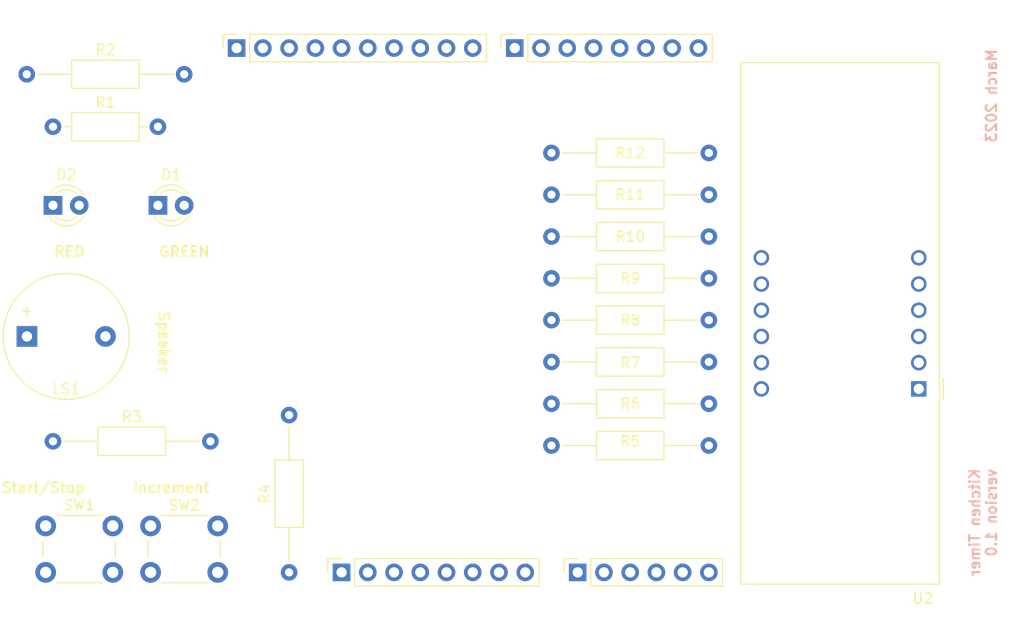
<source format=kicad_pcb>
(kicad_pcb (version 20221018) (generator pcbnew)
  (title_block (date "mar. 31 mars 2015"))
  (layers (0 "F.Cu" signal) (31 "B.Cu" signal) (34 "B.Paste" user) (35 "F.Paste" user) (36 "B.SilkS" user "B.Silkscreen") (37 "F.SilkS" user "F.Silkscreen") (38 "B.Mask" user) (39 "F.Mask" user) (44 "Edge.Cuts" user))
  (net 0 "")
  (net 1 "GND")
  (net 3 "+5V")
  (net 4 "/IOREF")
  (net 5 "/A0")
  (net 6 "/A1")
  (net 7 "/A2")
  (net 8 "/A3")
  (net 9 "/SDA{slash}A4")
  (net 10 "/SCL{slash}A5")
  (net 11 "/13")
  (net 12 "/12")
  (net 13 "/AREF")
  (net 14 "/8")
  (net 15 "/7")
  (net 16 "/*11")
  (net 17 "/*10")
  (net 18 "/*9")
  (net 19 "/4")
  (net 20 "/2")
  (net 21 "/*6")
  (net 22 "/*5")
  (net 23 "/TX{slash}1")
  (net 24 "/*3")
  (net 25 "/RX{slash}0")
  (net 26 "+3V3")
  (net 27 "VCC")
  (net 28 "/~{RESET}")
  (net 29 "Net-(D1-A)")
  (net 30 "Net-(D2-A)")
  (net 31 "Buzzer")
  (net 32 "Green_LED")
  (net 33 "Red_LED")
  (net 34 "Button_1")
  (net 35 "Button_2")
  (net 36 "a")
  (net 37 "Net-(U2-a)")
  (net 38 "b")
  (net 39 "Net-(U2-b)")
  (net 40 "c")
  (net 41 "Net-(U2-c)")
  (net 42 "d")
  (net 43 "Net-(U2-d)")
  (net 44 "e")
  (net 45 "Net-(U2-e)")
  (net 46 "f")
  (net 47 "Net-(U2-f)")
  (net 48 "g")
  (net 49 "Net-(U2-g)")
  (net 50 "dpx")
  (net 51 "Net-(U2-DPX)")
  (net 52 "Dig4")
  (net 53 "Dig3")
  (net 54 "Dig2")
  (net 55 "Dig1")
  (footprint "Connector_PinSocket_2.54mm:PinSocket_1x08_P2.54mm_Vertical" (layer "F.Cu") (at 133.02 100 90)
    (fp_text reference "J1" hide)
    (fp_text value "Power")
    (fp_line (start -1.33 1.27) (end -1.33 19.11) (stroke (width 0.12)) (layer "F.SilkS"))
    (fp_line (start -1.33 1.27) (end 1.33 1.27) (stroke (width 0.12)) (layer "F.SilkS"))
    (fp_line (start -1.33 19.11) (end 1.33 19.11) (stroke (width 0.12)) (layer "F.SilkS"))
    (fp_line (start 0 -1.33) (end 1.33 -1.33) (stroke (width 0.12)) (layer "F.SilkS"))
    (fp_line (start 1.33 -1.33) (end 1.33 0) (stroke (width 0.12)) (layer "F.SilkS"))
    (fp_line (start 1.33 1.27) (end 1.33 19.11) (stroke (width 0.12)) (layer "F.SilkS"))
    (pad "1" thru_hole rect locked (at 0 0 90) (size 1.7 1.7) (drill 1) (layers "*.Cu" "*.Mask"))
    (pad "2" thru_hole oval locked (at 0 2.54 90) (size 1.7 1.7) (drill 1) (layers "*.Cu" "*.Mask") (net 4 "/IOREF"))
    (pad "3" thru_hole oval locked (at 0 5.08 90) (size 1.7 1.7) (drill 1) (layers "*.Cu" "*.Mask") (net 28 "/~{RESET}"))
    (pad "4" thru_hole oval locked (at 0 7.62 90) (size 1.7 1.7) (drill 1) (layers "*.Cu" "*.Mask") (net 26 "+3V3"))
    (pad "5" thru_hole oval locked (at 0 10.16 90) (size 1.7 1.7) (drill 1) (layers "*.Cu" "*.Mask") (net 3 "+5V"))
    (pad "6" thru_hole oval locked (at 0 12.7 90) (size 1.7 1.7) (drill 1) (layers "*.Cu" "*.Mask") (net 1 "GND"))
    (pad "7" thru_hole oval locked (at 0 15.24 90) (size 1.7 1.7) (drill 1) (layers "*.Cu" "*.Mask") (net 1 "GND"))
    (pad "8" thru_hole oval locked (at 0 17.78 90) (size 1.7 1.7) (drill 1) (layers "*.Cu" "*.Mask") (net 27 "VCC"))
  )
  (footprint "Connector_PinSocket_2.54mm:PinSocket_1x06_P2.54mm_Vertical" (layer "F.Cu") (at 155.88 100 90)
    (fp_text reference "J3" hide)
    (fp_text value "Analog")
    (fp_line (start -1.33 1.27) (end -1.33 14.03) (stroke (width 0.12)) (layer "F.SilkS"))
    (fp_line (start -1.33 1.27) (end 1.33 1.27) (stroke (width 0.12)) (layer "F.SilkS"))
    (fp_line (start -1.33 14.03) (end 1.33 14.03) (stroke (width 0.12)) (layer "F.SilkS"))
    (fp_line (start 0 -1.33) (end 1.33 -1.33) (stroke (width 0.12)) (layer "F.SilkS"))
    (fp_line (start 1.33 -1.33) (end 1.33 0) (stroke (width 0.12)) (layer "F.SilkS"))
    (fp_line (start 1.33 1.27) (end 1.33 14.03) (stroke (width 0.12)) (layer "F.SilkS"))
    (pad "1" thru_hole rect locked (at 0 0 90) (size 1.7 1.7) (drill 1) (layers "*.Cu" "*.Mask") (net 5 "/A0"))
    (pad "2" thru_hole oval locked (at 0 2.54 90) (size 1.7 1.7) (drill 1) (layers "*.Cu" "*.Mask") (net 6 "/A1"))
    (pad "3" thru_hole oval locked (at 0 5.08 90) (size 1.7 1.7) (drill 1) (layers "*.Cu" "*.Mask") (net 7 "/A2"))
    (pad "4" thru_hole oval locked (at 0 7.62 90) (size 1.7 1.7) (drill 1) (layers "*.Cu" "*.Mask") (net 8 "/A3"))
    (pad "5" thru_hole oval locked (at 0 10.16 90) (size 1.7 1.7) (drill 1) (layers "*.Cu" "*.Mask") (net 9 "/SDA{slash}A4"))
    (pad "6" thru_hole oval locked (at 0 12.7 90) (size 1.7 1.7) (drill 1) (layers "*.Cu" "*.Mask") (net 10 "/SCL{slash}A5"))
  )
  (footprint "Connector_PinSocket_2.54mm:PinSocket_1x10_P2.54mm_Vertical" (layer "F.Cu") (at 122.86 49.2 90)
    (fp_text reference "J2" hide)
    (fp_text value "Digital/PWM")
    (fp_line (start -1.33 1.27) (end -1.33 24.19) (stroke (width 0.12)) (layer "F.SilkS"))
    (fp_line (start -1.33 1.27) (end 1.33 1.27) (stroke (width 0.12)) (layer "F.SilkS"))
    (fp_line (start -1.33 24.19) (end 1.33 24.19) (stroke (width 0.12)) (layer "F.SilkS"))
    (fp_line (start 0 -1.33) (end 1.33 -1.33) (stroke (width 0.12)) (layer "F.SilkS"))
    (fp_line (start 1.33 -1.33) (end 1.33 0) (stroke (width 0.12)) (layer "F.SilkS"))
    (fp_line (start 1.33 1.27) (end 1.33 24.19) (stroke (width 0.12)) (layer "F.SilkS"))
    (pad "1" thru_hole rect locked (at 0 0 90) (size 1.7 1.7) (drill 1) (layers "*.Cu" "*.Mask") (net 10 "/SCL{slash}A5"))
    (pad "2" thru_hole oval locked (at 0 2.54 90) (size 1.7 1.7) (drill 1) (layers "*.Cu" "*.Mask") (net 9 "/SDA{slash}A4"))
    (pad "3" thru_hole oval locked (at 0 5.08 90) (size 1.7 1.7) (drill 1) (layers "*.Cu" "*.Mask") (net 13 "/AREF"))
    (pad "4" thru_hole oval locked (at 0 7.62 90) (size 1.7 1.7) (drill 1) (layers "*.Cu" "*.Mask") (net 1 "GND"))
    (pad "5" thru_hole oval locked (at 0 10.16 90) (size 1.7 1.7) (drill 1) (layers "*.Cu" "*.Mask") (net 11 "/13"))
    (pad "6" thru_hole oval locked (at 0 12.7 90) (size 1.7 1.7) (drill 1) (layers "*.Cu" "*.Mask") (net 12 "/12"))
    (pad "7" thru_hole oval locked (at 0 15.24 90) (size 1.7 1.7) (drill 1) (layers "*.Cu" "*.Mask") (net 16 "/*11"))
    (pad "8" thru_hole oval locked (at 0 17.78 90) (size 1.7 1.7) (drill 1) (layers "*.Cu" "*.Mask") (net 17 "/*10"))
    (pad "9" thru_hole oval locked (at 0 20.32 90) (size 1.7 1.7) (drill 1) (layers "*.Cu" "*.Mask") (net 18 "/*9"))
    (pad "10" thru_hole oval locked (at 0 22.86 90) (size 1.7 1.7) (drill 1) (layers "*.Cu" "*.Mask") (net 14 "/8"))
  )
  (footprint "Connector_PinSocket_2.54mm:PinSocket_1x08_P2.54mm_Vertical" (layer "F.Cu") (at 149.784 49.2 90)
    (fp_text reference "J4" hide)
    (fp_text value "Digital/PWM")
    (fp_line (start -1.33 1.27) (end -1.33 19.11) (stroke (width 0.12)) (layer "F.SilkS"))
    (fp_line (start -1.33 1.27) (end 1.33 1.27) (stroke (width 0.12)) (layer "F.SilkS"))
    (fp_line (start -1.33 19.11) (end 1.33 19.11) (stroke (width 0.12)) (layer "F.SilkS"))
    (fp_line (start 0 -1.33) (end 1.33 -1.33) (stroke (width 0.12)) (layer "F.SilkS"))
    (fp_line (start 1.33 -1.33) (end 1.33 0) (stroke (width 0.12)) (layer "F.SilkS"))
    (fp_line (start 1.33 1.27) (end 1.33 19.11) (stroke (width 0.12)) (layer "F.SilkS"))
    (pad "1" thru_hole rect locked (at 0 0 90) (size 1.7 1.7) (drill 1) (layers "*.Cu" "*.Mask") (net 15 "/7"))
    (pad "2" thru_hole oval locked (at 0 2.54 90) (size 1.7 1.7) (drill 1) (layers "*.Cu" "*.Mask") (net 21 "/*6"))
    (pad "3" thru_hole oval locked (at 0 5.08 90) (size 1.7 1.7) (drill 1) (layers "*.Cu" "*.Mask") (net 22 "/*5"))
    (pad "4" thru_hole oval locked (at 0 7.62 90) (size 1.7 1.7) (drill 1) (layers "*.Cu" "*.Mask") (net 19 "/4"))
    (pad "5" thru_hole oval locked (at 0 10.16 90) (size 1.7 1.7) (drill 1) (layers "*.Cu" "*.Mask") (net 24 "/*3"))
    (pad "6" thru_hole oval locked (at 0 12.7 90) (size 1.7 1.7) (drill 1) (layers "*.Cu" "*.Mask") (net 20 "/2"))
    (pad "7" thru_hole oval locked (at 0 15.24 90) (size 1.7 1.7) (drill 1) (layers "*.Cu" "*.Mask") (net 23 "/TX{slash}1"))
    (pad "8" thru_hole oval locked (at 0 17.78 90) (size 1.7 1.7) (drill 1) (layers "*.Cu" "*.Mask") (net 25 "/RX{slash}0"))
  )
  (footprint "Resistor_THT:R_Axial_DIN0207_L6.3mm_D2.5mm_P15.24mm_Horizontal" (layer "F.Cu") (at 168.58 59.36 180)
    (fp_text reference "R12" (at 7.62 0) (layer "F.SilkS"))
    (fp_text value "100")
    (fp_line (start 1.04 0) (end 4.35 0) (stroke (width 0.12)) (layer "F.SilkS"))
    (fp_line (start 4.35 -1.37) (end 4.35 1.37) (stroke (width 0.12)) (layer "F.SilkS"))
    (fp_line (start 4.35 1.37) (end 10.89 1.37) (stroke (width 0.12)) (layer "F.SilkS"))
    (fp_line (start 10.89 -1.37) (end 4.35 -1.37) (stroke (width 0.12)) (layer "F.SilkS"))
    (fp_line (start 10.89 1.37) (end 10.89 -1.37) (stroke (width 0.12)) (layer "F.SilkS"))
    (fp_line (start 14.2 0) (end 10.89 0) (stroke (width 0.12)) (layer "F.SilkS"))
    (pad "1" thru_hole circle (at 0 0 180) (size 1.6 1.6) (drill 0.8) (layers "*.Cu" "*.Mask") (net 50 "dpx"))
    (pad "2" thru_hole oval (at 15.24 0 180) (size 1.6 1.6) (drill 0.8) (layers "*.Cu" "*.Mask") (net 51 "Net-(U2-DPX)"))
  )
  (footprint "Resistor_THT:R_Axial_DIN0207_L6.3mm_D2.5mm_P15.24mm_Horizontal" (layer "F.Cu") (at 168.58 67.46 180)
    (fp_text reference "R10" (at 7.62 0) (layer "F.SilkS"))
    (fp_text value "100")
    (fp_line (start 1.04 0) (end 4.35 0) (stroke (width 0.12)) (layer "F.SilkS"))
    (fp_line (start 4.35 -1.37) (end 4.35 1.37) (stroke (width 0.12)) (layer "F.SilkS"))
    (fp_line (start 4.35 1.37) (end 10.89 1.37) (stroke (width 0.12)) (layer "F.SilkS"))
    (fp_line (start 10.89 -1.37) (end 4.35 -1.37) (stroke (width 0.12)) (layer "F.SilkS"))
    (fp_line (start 10.89 1.37) (end 10.89 -1.37) (stroke (width 0.12)) (layer "F.SilkS"))
    (fp_line (start 14.2 0) (end 10.89 0) (stroke (width 0.12)) (layer "F.SilkS"))
    (pad "1" thru_hole circle (at 0 0 180) (size 1.6 1.6) (drill 0.8) (layers "*.Cu" "*.Mask") (net 46 "f"))
    (pad "2" thru_hole oval (at 15.24 0 180) (size 1.6 1.6) (drill 0.8) (layers "*.Cu" "*.Mask") (net 47 "Net-(U2-f)"))
  )
  (footprint "LED_THT:LED_D3.0mm_Clear" (layer "F.Cu") (at 105.08 64.44)
    (fp_text reference "D2" (at 1.27 -2.96) (layer "F.SilkS"))
    (fp_text value "LED")
    (fp_line (start -0.29 -1.236) (end -0.29 -1.08) (stroke (width 0.12)) (layer "F.SilkS"))
    (fp_line (start -0.29 1.08) (end -0.29 1.236) (stroke (width 0.12)) (layer "F.SilkS"))
    (fp_arc (start -0.29 -1.235516) (mid 1.366487 -1.987659) (end 2.942335 -1.078608) (stroke (width 0.12)) (layer "F.SilkS"))
    (fp_arc (start 0.229039 -1.08) (mid 1.270117 -1.5) (end 2.31113 -1.079837) (stroke (width 0.12)) (layer "F.SilkS"))
    (fp_arc (start 2.31113 1.079837) (mid 1.270117 1.5) (end 0.229039 1.08) (stroke (width 0.12)) (layer "F.SilkS"))
    (fp_arc (start 2.942335 1.078608) (mid 1.366487 1.987659) (end -0.29 1.235516) (stroke (width 0.12)) (layer "F.SilkS"))
    (pad "1" thru_hole rect (at 0 0) (size 1.8 1.8) (drill 0.9) (layers "*.Cu" "*.Mask") (net 1 "GND"))
    (pad "2" thru_hole circle (at 2.54 0) (size 1.8 1.8) (drill 0.9) (layers "*.Cu" "*.Mask") (net 30 "Net-(D2-A)"))
  )
  (footprint "Resistor_THT:R_Axial_DIN0207_L6.3mm_D2.5mm_P15.24mm_Horizontal" (layer "F.Cu") (at 102.54 51.74)
    (fp_text reference "R2" (at 7.62 -2.37) (layer "F.SilkS"))
    (fp_text value "330k")
    (fp_line (start 1.04 0) (end 4.35 0) (stroke (width 0.12)) (layer "F.SilkS"))
    (fp_line (start 4.35 -1.37) (end 4.35 1.37) (stroke (width 0.12)) (layer "F.SilkS"))
    (fp_line (start 4.35 1.37) (end 10.89 1.37) (stroke (width 0.12)) (layer "F.SilkS"))
    (fp_line (start 10.89 -1.37) (end 4.35 -1.37) (stroke (width 0.12)) (layer "F.SilkS"))
    (fp_line (start 10.89 1.37) (end 10.89 -1.37) (stroke (width 0.12)) (layer "F.SilkS"))
    (fp_line (start 14.2 0) (end 10.89 0) (stroke (width 0.12)) (layer "F.SilkS"))
    (pad "1" thru_hole circle (at 0 0) (size 1.6 1.6) (drill 0.8) (layers "*.Cu" "*.Mask") (net 33 "Red_LED"))
    (pad "2" thru_hole oval (at 15.24 0) (size 1.6 1.6) (drill 0.8) (layers "*.Cu" "*.Mask") (net 30 "Net-(D2-A)"))
  )
  (footprint "Resistor_THT:R_Axial_DIN0207_L6.3mm_D2.5mm_P15.24mm_Horizontal" (layer "F.Cu") (at 127.94 100 90)
    (fp_text reference "R4" (at 7.62 -2.37 90) (layer "F.SilkS"))
    (fp_text value "330k")
    (fp_line (start 1.04 0) (end 4.35 0) (stroke (width 0.12)) (layer "F.SilkS"))
    (fp_line (start 4.35 -1.37) (end 4.35 1.37) (stroke (width 0.12)) (layer "F.SilkS"))
    (fp_line (start 4.35 1.37) (end 10.89 1.37) (stroke (width 0.12)) (layer "F.SilkS"))
    (fp_line (start 10.89 -1.37) (end 4.35 -1.37) (stroke (width 0.12)) (layer "F.SilkS"))
    (fp_line (start 10.89 1.37) (end 10.89 -1.37) (stroke (width 0.12)) (layer "F.SilkS"))
    (fp_line (start 14.2 0) (end 10.89 0) (stroke (width 0.12)) (layer "F.SilkS"))
    (pad "1" thru_hole circle (at 0 0 90) (size 1.6 1.6) (drill 0.8) (layers "*.Cu" "*.Mask") (net 35 "Button_2"))
    (pad "2" thru_hole oval (at 15.24 0 90) (size 1.6 1.6) (drill 0.8) (layers "*.Cu" "*.Mask") (net 1 "GND"))
  )
  (footprint "Buzzer_Beeper:Buzzer_12x9.5RM7.6" (layer "F.Cu") (at 102.56 77.14)
    (fp_text reference "LS1" (at 3.8 5.08) (layer "F.SilkS"))
    (fp_text value "Speaker")
    (fp_text user "+" (at -0.01 -2.54) (layer "F.SilkS"))
    (fp_circle (center 3.8 0) (end 9.9 0) (stroke (width 0.12)) (fill none) (layer "F.SilkS"))
    (pad "1" thru_hole rect (at 0 0) (size 2 2) (drill 1) (layers "*.Cu" "*.Mask") (net 31 "Buzzer"))
    (pad "2" thru_hole circle (at 7.6 0) (size 2 2) (drill 1) (layers "*.Cu" "*.Mask") (net 1 "GND"))
  )
  (footprint "Resistor_THT:R_Axial_DIN0207_L6.3mm_D2.5mm_P15.24mm_Horizontal" (layer "F.Cu") (at 168.58 71.51 180)
    (fp_text reference "R9" (at 7.62 0) (layer "F.SilkS"))
    (fp_text value "100")
    (fp_line (start 1.04 0) (end 4.35 0) (stroke (width 0.12)) (layer "F.SilkS"))
    (fp_line (start 4.35 -1.37) (end 4.35 1.37) (stroke (width 0.12)) (layer "F.SilkS"))
    (fp_line (start 4.35 1.37) (end 10.89 1.37) (stroke (width 0.12)) (layer "F.SilkS"))
    (fp_line (start 10.89 -1.37) (end 4.35 -1.37) (stroke (width 0.12)) (layer "F.SilkS"))
    (fp_line (start 10.89 1.37) (end 10.89 -1.37) (stroke (width 0.12)) (layer "F.SilkS"))
    (fp_line (start 14.2 0) (end 10.89 0) (stroke (width 0.12)) (layer "F.SilkS"))
    (pad "1" thru_hole circle (at 0 0 180) (size 1.6 1.6) (drill 0.8) (layers "*.Cu" "*.Mask") (net 44 "e"))
    (pad "2" thru_hole oval (at 15.24 0 180) (size 1.6 1.6) (drill 0.8) (layers "*.Cu" "*.Mask") (net 45 "Net-(U2-e)"))
  )
  (footprint "Display_7Segment:CA56-12EWA" (layer "F.Cu") (at 188.9 82.22 180)
    (fp_text reference "U2" (at -0.4 -20.31) (layer "F.SilkS"))
    (fp_text value "CA56-12EWA")
    (fp_line (start -2.38 -1) (end -2.38 1) (stroke (width 0.12)) (layer "F.SilkS"))
    (fp_line (start -2 -18.92) (end -2 31.62) (stroke (width 0.12)) (layer "F.SilkS"))
    (fp_line (start -2 -18.92) (end 17.24 -18.92) (stroke (width 0.12)) (layer "F.SilkS"))
    (fp_line (start -2 31.62) (end 17.24 31.62) (stroke (width 0.12)) (layer "F.SilkS"))
    (fp_line (start 17.24 31.62) (end 17.24 -18.92) (stroke (width 0.12)) (layer "F.SilkS"))
    (pad "1" thru_hole rect (at 0 0 180) (size 1.5 1.5) (drill 1) (layers "*.Cu" "*.Mask") (net 45 "Net-(U2-e)"))
    (pad "2" thru_hole circle (at 0 2.54 180) (size 1.5 1.5) (drill 1) (layers "*.Cu" "*.Mask") (net 43 "Net-(U2-d)"))
    (pad "3" thru_hole circle (at 0 5.08 180) (size 1.5 1.5) (drill 1) (layers "*.Cu" "*.Mask") (net 51 "Net-(U2-DPX)"))
    (pad "4" thru_hole circle (at 0 7.62 180) (size 1.5 1.5) (drill 1) (layers "*.Cu" "*.Mask") (net 41 "Net-(U2-c)"))
    (pad "5" thru_hole circle (at 0 10.16 180) (size 1.5 1.5) (drill 1) (layers "*.Cu" "*.Mask") (net 49 "Net-(U2-g)"))
    (pad "6" thru_hole circle (at 0 12.7 180) (size 1.5 1.5) (drill 1) (layers "*.Cu" "*.Mask") (net 52 "Dig4"))
    (pad "7" thru_hole circle (at 15.24 12.7 180) (size 1.5 1.5) (drill 1) (layers "*.Cu" "*.Mask") (net 39 "Net-(U2-b)"))
    (pad "8" thru_hole circle (at 15.24 10.16 180) (size 1.5 1.5) (drill 1) (layers "*.Cu" "*.Mask") (net 53 "Dig3"))
    (pad "9" thru_hole circle (at 15.24 7.62 180) (size 1.5 1.5) (drill 1) (layers "*.Cu" "*.Mask") (net 54 "Dig2"))
    (pad "10" thru_hole circle (at 15.24 5.08 180) (size 1.5 1.5) (drill 1) (layers "*.Cu" "*.Mask") (net 47 "Net-(U2-f)"))
    (pad "11" thru_hole circle (at 15.24 2.54 180) (size 1.5 1.5) (drill 1) (layers "*.Cu" "*.Mask") (net 37 "Net-(U2-a)"))
    (pad "12" thru_hole circle (at 15.24 0 180) (size 1.5 1.5) (drill 1) (layers "*.Cu" "*.Mask") (net 55 "Dig1"))
  )
  (footprint "LED_THT:LED_D3.0mm_Clear" (layer "F.Cu") (at 115.24 64.44)
    (fp_text reference "D1" (at 1.27 -2.96) (layer "F.SilkS"))
    (fp_text value "LED")
    (fp_line (start -0.29 -1.236) (end -0.29 -1.08) (stroke (width 0.12)) (layer "F.SilkS"))
    (fp_line (start -0.29 1.08) (end -0.29 1.236) (stroke (width 0.12)) (layer "F.SilkS"))
    (fp_arc (start -0.29 -1.235516) (mid 1.366487 -1.987659) (end 2.942335 -1.078608) (stroke (width 0.12)) (layer "F.SilkS"))
    (fp_arc (start 0.229039 -1.08) (mid 1.270117 -1.5) (end 2.31113 -1.079837) (stroke (width 0.12)) (layer "F.SilkS"))
    (fp_arc (start 2.31113 1.079837) (mid 1.270117 1.5) (end 0.229039 1.08) (stroke (width 0.12)) (layer "F.SilkS"))
    (fp_arc (start 2.942335 1.078608) (mid 1.366487 1.987659) (end -0.29 1.235516) (stroke (width 0.12)) (layer "F.SilkS"))
    (pad "1" thru_hole rect (at 0 0) (size 1.8 1.8) (drill 0.9) (layers "*.Cu" "*.Mask") (net 1 "GND"))
    (pad "2" thru_hole circle (at 2.54 0) (size 1.8 1.8) (drill 0.9) (layers "*.Cu" "*.Mask") (net 29 "Net-(D1-A)"))
  )
  (footprint "Button_Switch_THT:SW_PUSH_6mm" (layer "F.Cu") (at 114.53 95.5)
    (fp_text reference "SW2" (at 3.25 -2) (layer "F.SilkS"))
    (fp_text value "SW_Push")
    (fp_line (start -0.25 1.5) (end -0.25 3) (stroke (width 0.12)) (layer "F.SilkS"))
    (fp_line (start 1 5.5) (end 5.5 5.5) (stroke (width 0.12)) (layer "F.SilkS"))
    (fp_line (start 5.5 -1) (end 1 -1) (stroke (width 0.12)) (layer "F.SilkS"))
    (fp_line (start 6.75 3) (end 6.75 1.5) (stroke (width 0.12)) (layer "F.SilkS"))
    (pad "1" thru_hole circle (at 0 0 90) (size 2 2) (drill 1.1) (layers "*.Cu" "*.Mask") (net 3 "+5V"))
    (pad "1" thru_hole circle (at 6.5 0 90) (size 2 2) (drill 1.1) (layers "*.Cu" "*.Mask") (net 3 "+5V"))
    (pad "2" thru_hole circle (at 0 4.5 90) (size 2 2) (drill 1.1) (layers "*.Cu" "*.Mask") (net 35 "Button_2"))
    (pad "2" thru_hole circle (at 6.5 4.5 90) (size 2 2) (drill 1.1) (layers "*.Cu" "*.Mask") (net 35 "Button_2"))
  )
  (footprint "Resistor_THT:R_Axial_DIN0207_L6.3mm_D2.5mm_P15.24mm_Horizontal" (layer "F.Cu") (at 168.58 87.71 180)
    (fp_text reference "R5" (at 7.62 0.41) (layer "F.SilkS"))
    (fp_text value "100")
    (fp_line (start 1.04 0) (end 4.35 0) (stroke (width 0.12)) (layer "F.SilkS"))
    (fp_line (start 4.35 -1.37) (end 4.35 1.37) (stroke (width 0.12)) (layer "F.SilkS"))
    (fp_line (start 4.35 1.37) (end 10.89 1.37) (stroke (width 0.12)) (layer "F.SilkS"))
    (fp_line (start 10.89 -1.37) (end 4.35 -1.37) (stroke (width 0.12)) (layer "F.SilkS"))
    (fp_line (start 10.89 1.37) (end 10.89 -1.37) (stroke (width 0.12)) (layer "F.SilkS"))
    (fp_line (start 14.2 0) (end 10.89 0) (stroke (width 0.12)) (layer "F.SilkS"))
    (pad "1" thru_hole circle (at 0 0 180) (size 1.6 1.6) (drill 0.8) (layers "*.Cu" "*.Mask") (net 36 "a"))
    (pad "2" thru_hole oval (at 15.24 0 180) (size 1.6 1.6) (drill 0.8) (layers "*.Cu" "*.Mask") (net 37 "Net-(U2-a)"))
  )
  (footprint "Resistor_THT:R_Axial_DIN0207_L6.3mm_D2.5mm_P10.16mm_Horizontal" (layer "F.Cu") (at 105.08 56.82)
    (fp_text reference "R1" (at 5.08 -2.37) (layer "F.SilkS"))
    (fp_text value "330k")
    (fp_line (start 1.04 0) (end 1.81 0) (stroke (width 0.12)) (layer "F.SilkS"))
    (fp_line (start 1.81 -1.37) (end 1.81 1.37) (stroke (width 0.12)) (layer "F.SilkS"))
    (fp_line (start 1.81 1.37) (end 8.35 1.37) (stroke (width 0.12)) (layer "F.SilkS"))
    (fp_line (start 8.35 -1.37) (end 1.81 -1.37) (stroke (width 0.12)) (layer "F.SilkS"))
    (fp_line (start 8.35 1.37) (end 8.35 -1.37) (stroke (width 0.12)) (layer "F.SilkS"))
    (fp_line (start 9.12 0) (end 8.35 0) (stroke (width 0.12)) (layer "F.SilkS"))
    (pad "1" thru_hole circle (at 0 0) (size 1.6 1.6) (drill 0.8) (layers "*.Cu" "*.Mask") (net 32 "Green_LED"))
    (pad "2" thru_hole oval (at 10.16 0) (size 1.6 1.6) (drill 0.8) (layers "*.Cu" "*.Mask") (net 29 "Net-(D1-A)"))
  )
  (footprint "Resistor_THT:R_Axial_DIN0207_L6.3mm_D2.5mm_P15.24mm_Horizontal" (layer "F.Cu") (at 168.58 63.41 180)
    (fp_text reference "R11" (at 7.62 0) (layer "F.SilkS"))
    (fp_text value "100")
    (fp_line (start 1.04 0) (end 4.35 0) (stroke (width 0.12)) (layer "F.SilkS"))
    (fp_line (start 4.35 -1.37) (end 4.35 1.37) (stroke (width 0.12)) (layer "F.SilkS"))
    (fp_line (start 4.35 1.37) (end 10.89 1.37) (stroke (width 0.12)) (layer "F.SilkS"))
    (fp_line (start 10.89 -1.37) (end 4.35 -1.37) (stroke (width 0.12)) (layer "F.SilkS"))
    (fp_line (start 10.89 1.37) (end 10.89 -1.37) (stroke (width 0.12)) (layer "F.SilkS"))
    (fp_line (start 14.2 0) (end 10.89 0) (stroke (width 0.12)) (layer "F.SilkS"))
    (pad "1" thru_hole circle (at 0 0 180) (size 1.6 1.6) (drill 0.8) (layers "*.Cu" "*.Mask") (net 48 "g"))
    (pad "2" thru_hole oval (at 15.24 0 180) (size 1.6 1.6) (drill 0.8) (layers "*.Cu" "*.Mask") (net 49 "Net-(U2-g)"))
  )
  (footprint "Button_Switch_THT:SW_PUSH_6mm" (layer "F.Cu") (at 104.37 95.5)
    (fp_text reference "SW1" (at 3.25 -2) (layer "F.SilkS"))
    (fp_text value "SW_Push")
    (fp_line (start -0.25 1.5) (end -0.25 3) (stroke (width 0.12)) (layer "F.SilkS"))
    (fp_line (start 1 5.5) (end 5.5 5.5) (stroke (width 0.12)) (layer "F.SilkS"))
    (fp_line (start 5.5 -1) (end 1 -1) (stroke (width 0.12)) (layer "F.SilkS"))
    (fp_line (start 6.75 3) (end 6.75 1.5) (stroke (width 0.12)) (layer "F.SilkS"))
    (pad "1" thru_hole circle (at 0 0 90) (size 2 2) (drill 1.1) (layers "*.Cu" "*.Mask") (net 3 "+5V"))
    (pad "1" thru_hole circle (at 6.5 0 90) (size 2 2) (drill 1.1) (layers "*.Cu" "*.Mask") (net 3 "+5V"))
    (pad "2" thru_hole circle (at 0 4.5 90) (size 2 2) (drill 1.1) (layers "*.Cu" "*.Mask") (net 34 "Button_1"))
    (pad "2" thru_hole circle (at 6.5 4.5 90) (size 2 2) (drill 1.1) (layers "*.Cu" "*.Mask") (net 34 "Button_1"))
  )
  (footprint "Resistor_THT:R_Axial_DIN0207_L6.3mm_D2.5mm_P15.24mm_Horizontal" (layer "F.Cu") (at 105.08 87.3)
    (fp_text reference "R3" (at 7.62 -2.37) (layer "F.SilkS"))
    (fp_text value "330k")
    (fp_line (start 1.04 0) (end 4.35 0) (stroke (width 0.12)) (layer "F.SilkS"))
    (fp_line (start 4.35 -1.37) (end 4.35 1.37) (stroke (width 0.12)) (layer "F.SilkS"))
    (fp_line (start 4.35 1.37) (end 10.89 1.37) (stroke (width 0.12)) (layer "F.SilkS"))
    (fp_line (start 10.89 -1.37) (end 4.35 -1.37) (stroke (width 0.12)) (layer "F.SilkS"))
    (fp_line (start 10.89 1.37) (end 10.89 -1.37) (stroke (width 0.12)) (layer "F.SilkS"))
    (fp_line (start 14.2 0) (end 10.89 0) (stroke (width 0.12)) (layer "F.SilkS"))
    (pad "1" thru_hole circle (at 0 0) (size 1.6 1.6) (drill 0.8) (layers "*.Cu" "*.Mask") (net 34 "Button_1"))
    (pad "2" thru_hole oval (at 15.24 0) (size 1.6 1.6) (drill 0.8) (layers "*.Cu" "*.Mask") (net 1 "GND"))
  )
  (footprint "Resistor_THT:R_Axial_DIN0207_L6.3mm_D2.5mm_P15.24mm_Horizontal" (layer "F.Cu") (at 168.58 79.61 180)
    (fp_text reference "R7" (at 7.62 -0.07) (layer "F.SilkS"))
    (fp_text value "100")
    (fp_line (start 1.04 0) (end 4.35 0) (stroke (width 0.12)) (layer "F.SilkS"))
    (fp_line (start 4.35 -1.37) (end 4.35 1.37) (stroke (width 0.12)) (layer "F.SilkS"))
    (fp_line (start 4.35 1.37) (end 10.89 1.37) (stroke (width 0.12)) (layer "F.SilkS"))
    (fp_line (start 10.89 -1.37) (end 4.35 -1.37) (stroke (width 0.12)) (layer "F.SilkS"))
    (fp_line (start 10.89 1.37) (end 10.89 -1.37) (stroke (width 0.12)) (layer "F.SilkS"))
    (fp_line (start 14.2 0) (end 10.89 0) (stroke (width 0.12)) (layer "F.SilkS"))
    (pad "1" thru_hole circle (at 0 0 180) (size 1.6 1.6) (drill 0.8) (layers "*.Cu" "*.Mask") (net 40 "c"))
    (pad "2" thru_hole oval (at 15.24 0 180) (size 1.6 1.6) (drill 0.8) (layers "*.Cu" "*.Mask") (net 41 "Net-(U2-c)"))
  )
  (footprint "Resistor_THT:R_Axial_DIN0207_L6.3mm_D2.5mm_P15.24mm_Horizontal" (layer "F.Cu") (at 168.58 83.66 180)
    (fp_text reference "R6" (at 7.62 0) (layer "F.SilkS"))
    (fp_text value "100")
    (fp_line (start 1.04 0) (end 4.35 0) (stroke (width 0.12)) (layer "F.SilkS"))
    (fp_line (start 4.35 -1.37) (end 4.35 1.37) (stroke (width 0.12)) (layer "F.SilkS"))
    (fp_line (start 4.35 1.37) (end 10.89 1.37) (stroke (width 0.12)) (layer "F.SilkS"))
    (fp_line (start 10.89 -1.37) (end 4.35 -1.37) (stroke (width 0.12)) (layer "F.SilkS"))
    (fp_line (start 10.89 1.37) (end 10.89 -1.37) (stroke (width 0.12)) (layer "F.SilkS"))
    (fp_line (start 14.2 0) (end 10.89 0) (stroke (width 0.12)) (layer "F.SilkS"))
    (pad "1" thru_hole circle (at 0 0 180) (size 1.6 1.6) (drill 0.8) (layers "*.Cu" "*.Mask") (net 38 "b"))
    (pad "2" thru_hole oval (at 15.24 0 180) (size 1.6 1.6) (drill 0.8) (layers "*.Cu" "*.Mask") (net 39 "Net-(U2-b)"))
  )
  (footprint "Resistor_THT:R_Axial_DIN0207_L6.3mm_D2.5mm_P15.24mm_Horizontal" (layer "F.Cu") (at 168.58 75.56 180)
    (fp_text reference "R8" (at 7.62 0) (layer "F.SilkS"))
    (fp_text value "100")
    (fp_line (start 1.04 0) (end 4.35 0) (stroke (width 0.12)) (layer "F.SilkS"))
    (fp_line (start 4.35 -1.37) (end 4.35 1.37) (stroke (width 0.12)) (layer "F.SilkS"))
    (fp_line (start 4.35 1.37) (end 10.89 1.37) (stroke (width 0.12)) (layer "F.SilkS"))
    (fp_line (start 10.89 -1.37) (end 4.35 -1.37) (stroke (width 0.12)) (layer "F.SilkS"))
    (fp_line (start 10.89 1.37) (end 10.89 -1.37) (stroke (width 0.12)) (layer "F.SilkS"))
    (fp_line (start 14.2 0) (end 10.89 0) (stroke (width 0.12)) (layer "F.SilkS"))
    (pad "1" thru_hole circle (at 0 0 180) (size 1.6 1.6) (drill 0.8) (layers "*.Cu" "*.Mask") (net 42 "d"))
    (pad "2" thru_hole oval (at 15.24 0 180) (size 1.6 1.6) (drill 0.8) (layers "*.Cu" "*.Mask") (net 43 "Net-(U2-d)"))
  )
  (gr_text "March 2023" (at 196.52 49.2 90) (layer "B.SilkS") (effects (font (size 1 1) (thickness 0.2) bold) (justify left bottom mirror)))
  (gr_text "Kitchen Timer \nversion 1.0" (at 196.52 89.84 90) (layer "B.SilkS") (effects (font (size 1 1) (thickness 0.2) bold) (justify left bottom mirror)))
  (gr_text "Increment" (at 112.7 92.38) (layer "F.SilkS") (effects (font (size 1 1) (thickness 0.2) bold) (justify left bottom)))
  (gr_text "RED" (at 105.08 69.52) (layer "F.SilkS") (effects (font (size 1 1) (thickness 0.2) bold) (justify left bottom)))
  (gr_text "Start/Stop" (at 100 92.38) (layer "F.SilkS") (effects (font (size 1 1) (thickness 0.2) bold) (justify left bottom)))
  (gr_text "GREEN" (at 115.24 69.52) (layer "F.SilkS") (effects (font (size 1 1) (thickness 0.2) bold) (justify left bottom)))
  (gr_text "Speaker" (at 115.24 74.6 -90) (layer "F.SilkS") (effects (font (size 1 1) (thickness 0.2) bold) (justify left bottom)))
)
</source>
